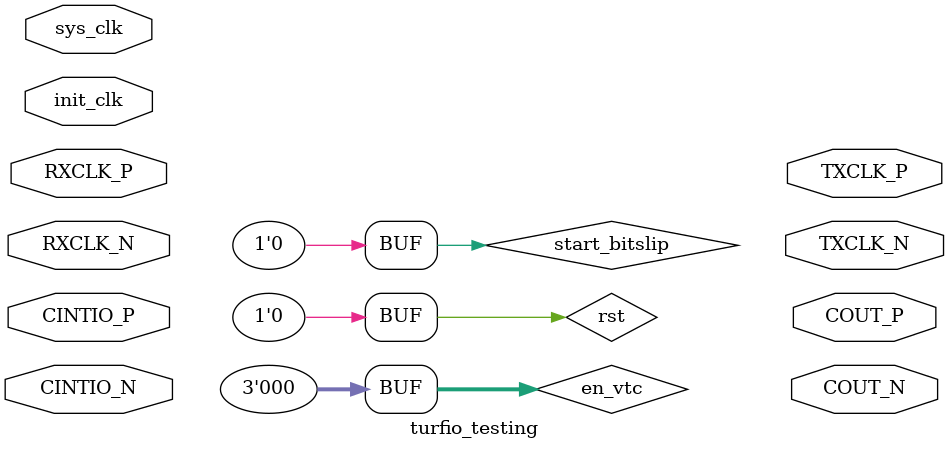
<source format=sv>
`timescale 1ns / 1ps
module turfio_testing(
        input RXCLK_P,
        input RXCLK_N,
        output TXCLK_P,
        output TXCLK_N,
        input CINTIO_P,
        input CINTIO_N,
        output COUT_P,
        output COUT_N,
        
        input init_clk,
        input sys_clk
    );
    
    // There are so so so many extra signals that are just NOWHERE defined
    // WTF you're supposed to do with them
    
    // RIU clk
    wire [2:0] dly_rdy;
    // RIU clk
    wire [2:0] vtc_rdy;
    // RIU clk
    reg [2:0] en_vtc = {3{1'b0}};
    // See fig 4-2: after RST, assert START_BITSLIP, then when RX_BITSLIP_SYNC_DONE
    // deassert.
    reg start_bitslip = 0;
    // Sync to fifo_rd_clk (phy_clk?)
    wire bitslip_done;
    // data valid from FIFO
    wire fifo_data_valid;
    
    wire rst_seq_done;
    // RIU clock
    reg rst = 0;        
    
    // PLL output clk (shifted version of sysclk)
    wire phy_clk;
    wire [7:0] data_to_fabric;
    wire [7:0] data_from_fabric;
    
    
    native_rxtx u_phy();
    
endmodule

</source>
